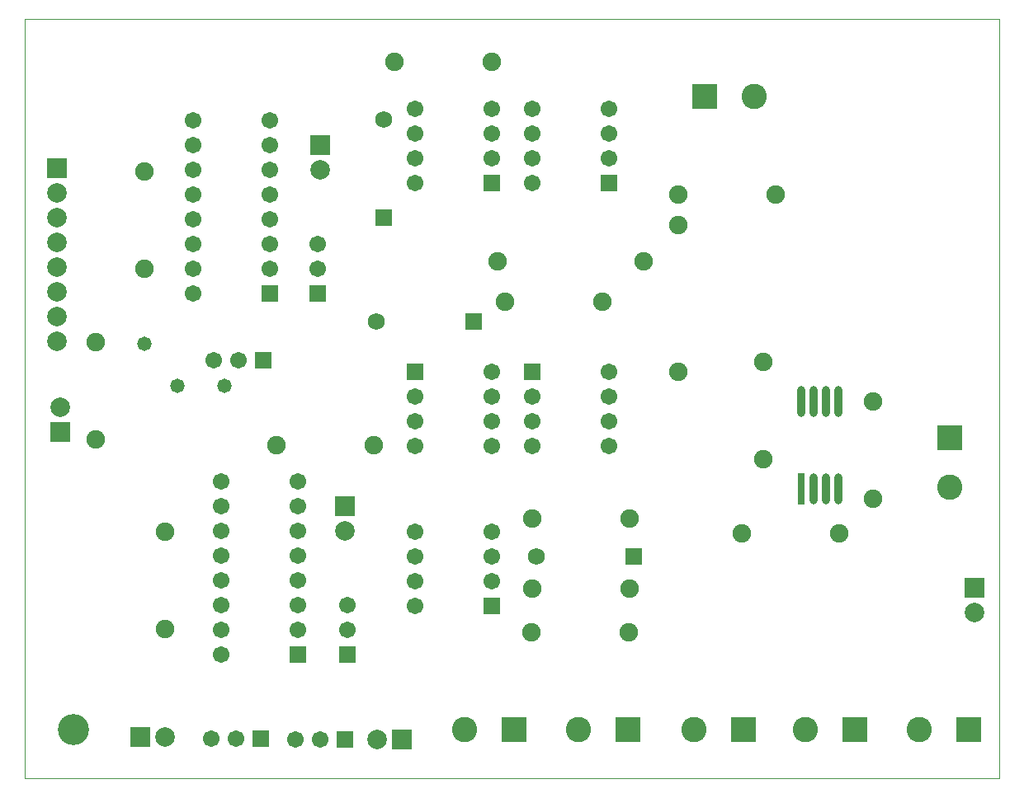
<source format=gts>
G04 Layer_Color=8388736*
%FSLAX44Y44*%
%MOMM*%
G71*
G01*
G75*
%ADD16C,0.1000*%
%ADD42O,0.8032X3.2032*%
%ADD43R,0.8032X3.2032*%
%ADD44R,1.7032X1.7032*%
%ADD45C,1.7032*%
%ADD46C,1.9032*%
%ADD47C,1.7032*%
%ADD48R,1.7032X1.7032*%
%ADD49R,2.0032X2.0032*%
%ADD50C,2.0032*%
%ADD51R,1.7032X1.7032*%
%ADD52C,1.7272*%
%ADD53R,1.7272X1.7272*%
%ADD54R,2.0032X2.0032*%
%ADD55R,2.6032X2.6032*%
%ADD56C,2.6032*%
%ADD57R,1.7272X1.7272*%
%ADD58C,3.2032*%
%ADD59R,2.6032X2.6032*%
%ADD60C,1.4732*%
D16*
X-50000Y-50000D02*
Y730000D01*
X950000D01*
Y-50000D02*
Y730000D01*
X-50000Y-50000D02*
X950000D01*
D42*
X784860Y337100D02*
D03*
X772160D02*
D03*
X759460D02*
D03*
X746760D02*
D03*
X784860Y247100D02*
D03*
X772160D02*
D03*
X759460D02*
D03*
D43*
X746760D02*
D03*
D44*
X201440Y448160D02*
D03*
X229850Y77470D02*
D03*
X429350Y561900D02*
D03*
X350650Y368100D02*
D03*
X549350Y561900D02*
D03*
X470650Y368100D02*
D03*
X429240Y127000D02*
D03*
D45*
X201440Y473560D02*
D03*
Y498960D02*
D03*
Y524360D02*
D03*
Y549760D02*
D03*
Y575160D02*
D03*
Y600560D02*
D03*
Y625960D02*
D03*
X122740Y448160D02*
D03*
Y473560D02*
D03*
Y498960D02*
D03*
Y524360D02*
D03*
Y549760D02*
D03*
Y575160D02*
D03*
Y600560D02*
D03*
Y625960D02*
D03*
X229850Y102870D02*
D03*
Y128270D02*
D03*
Y153670D02*
D03*
Y179070D02*
D03*
Y204470D02*
D03*
Y229870D02*
D03*
Y255270D02*
D03*
X151150Y77470D02*
D03*
Y102870D02*
D03*
Y128270D02*
D03*
Y153670D02*
D03*
Y179070D02*
D03*
Y204470D02*
D03*
Y229870D02*
D03*
Y255270D02*
D03*
X350650Y561900D02*
D03*
Y587300D02*
D03*
Y612700D02*
D03*
Y638100D02*
D03*
X429350Y612700D02*
D03*
Y638100D02*
D03*
Y587300D02*
D03*
Y368100D02*
D03*
Y342700D02*
D03*
Y317300D02*
D03*
Y291900D02*
D03*
X350650Y317300D02*
D03*
Y291900D02*
D03*
Y342700D02*
D03*
X470650Y561900D02*
D03*
Y587300D02*
D03*
Y612700D02*
D03*
Y638100D02*
D03*
X549350Y612700D02*
D03*
Y638100D02*
D03*
Y587300D02*
D03*
Y368100D02*
D03*
Y342700D02*
D03*
Y317300D02*
D03*
Y291900D02*
D03*
X470650Y317300D02*
D03*
Y291900D02*
D03*
Y342700D02*
D03*
X350540Y127000D02*
D03*
Y152400D02*
D03*
Y177800D02*
D03*
Y203200D02*
D03*
X429240Y177800D02*
D03*
Y203200D02*
D03*
Y152400D02*
D03*
D46*
X620090Y549760D02*
D03*
X720090D02*
D03*
X22860Y397980D02*
D03*
Y297980D02*
D03*
X207810Y292100D02*
D03*
X307810D02*
D03*
X93980Y203670D02*
D03*
Y103670D02*
D03*
X72390Y573240D02*
D03*
Y473240D02*
D03*
X329260Y685650D02*
D03*
X429260D02*
D03*
X685330Y201930D02*
D03*
X785330D02*
D03*
X707390Y377660D02*
D03*
Y277660D02*
D03*
X585070Y481180D02*
D03*
X435070D02*
D03*
X620560Y518080D02*
D03*
Y368080D02*
D03*
X570700Y217170D02*
D03*
X470700D02*
D03*
X542290Y439270D02*
D03*
X442290D02*
D03*
X569430Y100330D02*
D03*
X469430D02*
D03*
X570700Y144780D02*
D03*
X470700D02*
D03*
X820420Y337020D02*
D03*
Y237020D02*
D03*
D47*
X280670Y128270D02*
D03*
Y102870D02*
D03*
X140970Y-8890D02*
D03*
X166370D02*
D03*
X143510Y379730D02*
D03*
X168910D02*
D03*
X250190Y499110D02*
D03*
Y473710D02*
D03*
X252730Y-10160D02*
D03*
X227330D02*
D03*
D48*
X280670Y77470D02*
D03*
X250190Y448310D02*
D03*
D49*
X278130Y229870D02*
D03*
X-13970Y306070D02*
D03*
X252730Y600710D02*
D03*
X-16980Y576430D02*
D03*
X924560Y146050D02*
D03*
D50*
X278130Y204470D02*
D03*
X-13970Y331470D02*
D03*
X252730Y575310D02*
D03*
X-16980Y398630D02*
D03*
Y424030D02*
D03*
Y449430D02*
D03*
Y474830D02*
D03*
Y500230D02*
D03*
Y525630D02*
D03*
Y551030D02*
D03*
X93980Y-7620D02*
D03*
X311150Y-10160D02*
D03*
X924560Y120650D02*
D03*
D51*
X191770Y-8890D02*
D03*
X194310Y379730D02*
D03*
X278130Y-10160D02*
D03*
D52*
X318300Y626430D02*
D03*
X310210Y418950D02*
D03*
X474510Y177800D02*
D03*
D53*
X318300Y526430D02*
D03*
D54*
X68580Y-7620D02*
D03*
X336550Y-10160D02*
D03*
D55*
X647700Y650240D02*
D03*
X801370Y0D02*
D03*
X918210D02*
D03*
X687070D02*
D03*
X452120D02*
D03*
X568960D02*
D03*
D56*
X698500Y650240D02*
D03*
X750570Y0D02*
D03*
X867410D02*
D03*
X636270D02*
D03*
X401320D02*
D03*
X518160D02*
D03*
X899160Y248920D02*
D03*
D57*
X410210Y418950D02*
D03*
X574510Y177800D02*
D03*
D58*
X0Y0D02*
D03*
D59*
X899160Y299720D02*
D03*
D60*
X154940Y353060D02*
D03*
X106680D02*
D03*
X72390Y396240D02*
D03*
M02*

</source>
